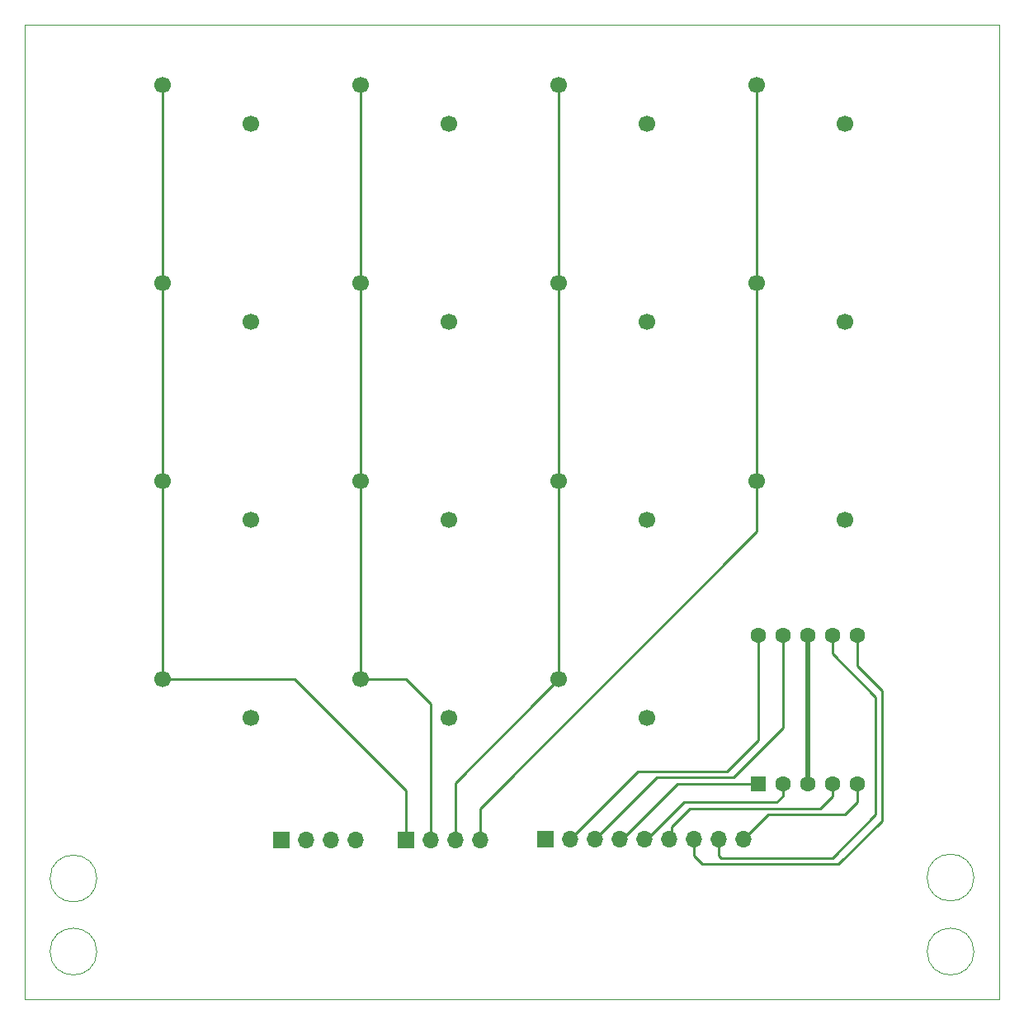
<source format=gtl>
G04 #@! TF.GenerationSoftware,KiCad,Pcbnew,(6.0.0)*
G04 #@! TF.CreationDate,2022-03-01T21:04:48+01:00*
G04 #@! TF.ProjectId,Keyboard_v2,4b657962-6f61-4726-945f-76322e6b6963,rev?*
G04 #@! TF.SameCoordinates,Original*
G04 #@! TF.FileFunction,Copper,L1,Top*
G04 #@! TF.FilePolarity,Positive*
%FSLAX46Y46*%
G04 Gerber Fmt 4.6, Leading zero omitted, Abs format (unit mm)*
G04 Created by KiCad (PCBNEW (6.0.0)) date 2022-03-01 21:04:48*
%MOMM*%
%LPD*%
G01*
G04 APERTURE LIST*
G04 #@! TA.AperFunction,Profile*
%ADD10C,0.050000*%
G04 #@! TD*
G04 #@! TA.AperFunction,ComponentPad*
%ADD11C,1.700000*%
G04 #@! TD*
G04 #@! TA.AperFunction,ComponentPad*
%ADD12R,1.600000X1.600000*%
G04 #@! TD*
G04 #@! TA.AperFunction,ComponentPad*
%ADD13C,1.600000*%
G04 #@! TD*
G04 #@! TA.AperFunction,ComponentPad*
%ADD14R,1.700000X1.700000*%
G04 #@! TD*
G04 #@! TA.AperFunction,ComponentPad*
%ADD15O,1.700000X1.700000*%
G04 #@! TD*
G04 #@! TA.AperFunction,Conductor*
%ADD16C,0.250000*%
G04 #@! TD*
G04 #@! TA.AperFunction,Conductor*
%ADD17C,0.500000*%
G04 #@! TD*
G04 APERTURE END LIST*
D10*
X184745000Y-143405000D02*
X84745000Y-143405000D01*
X92150000Y-138500000D02*
G75*
G03*
X92150000Y-138500000I-2400000J0D01*
G01*
X182150000Y-138500000D02*
G75*
G03*
X182150000Y-138500000I-2400000J0D01*
G01*
X182145000Y-130905000D02*
G75*
G03*
X182145000Y-130905000I-2400000J0D01*
G01*
X84745000Y-43405000D02*
X184745000Y-43405000D01*
X84745000Y-143405000D02*
X84745000Y-43405000D01*
X184745000Y-43405000D02*
X184745000Y-143405000D01*
X92150000Y-131000000D02*
G75*
G03*
X92150000Y-131000000I-2400000J0D01*
G01*
D11*
X98918000Y-69922000D03*
X107918000Y-73922000D03*
X119238000Y-69922000D03*
X128238000Y-73922000D03*
X139558000Y-69922000D03*
X148558000Y-73922000D03*
X159878000Y-69922000D03*
X168878000Y-73922000D03*
X139558000Y-49602000D03*
X148558000Y-53602000D03*
X159878000Y-49602000D03*
X168878000Y-53602000D03*
X98918000Y-110562000D03*
X107918000Y-114562000D03*
X119238000Y-49602000D03*
X128238000Y-53602000D03*
X159878000Y-90242000D03*
X168878000Y-94242000D03*
X139558000Y-110562000D03*
X148558000Y-114562000D03*
D12*
X160020000Y-121285000D03*
D13*
X162560000Y-121285000D03*
X165100000Y-121285000D03*
X167640000Y-121285000D03*
X170180000Y-121285000D03*
X170180000Y-106045000D03*
X167640000Y-106045000D03*
X165100000Y-106045000D03*
X162560000Y-106045000D03*
X160020000Y-106045000D03*
D11*
X139558000Y-90242000D03*
X148558000Y-94242000D03*
X119238000Y-90242000D03*
X128238000Y-94242000D03*
X98918000Y-49602000D03*
X107918000Y-53602000D03*
X98918000Y-90242000D03*
X107918000Y-94242000D03*
X119238000Y-110562000D03*
X128238000Y-114562000D03*
D14*
X123835000Y-127070000D03*
D15*
X126375000Y-127070000D03*
X128915000Y-127070000D03*
X131455000Y-127070000D03*
D14*
X111125000Y-127070000D03*
D15*
X113665000Y-127070000D03*
X116205000Y-127070000D03*
X118745000Y-127070000D03*
D14*
X138176000Y-127000000D03*
D15*
X140716000Y-127000000D03*
X143256000Y-127000000D03*
X145796000Y-127000000D03*
X148336000Y-127000000D03*
X150876000Y-127000000D03*
X153416000Y-127000000D03*
X155956000Y-127000000D03*
X158496000Y-127000000D03*
D16*
X131455000Y-127070000D02*
X131455000Y-123815000D01*
X148590000Y-127000000D02*
X152400000Y-123190000D01*
X168910000Y-124460000D02*
X170180000Y-123190000D01*
X139558000Y-109359919D02*
X139558000Y-90242000D01*
X162560000Y-115570000D02*
X162560000Y-106045000D01*
X126375000Y-127070000D02*
X126375000Y-113040000D01*
X155956000Y-127000000D02*
X155956000Y-128651000D01*
X139558000Y-110562000D02*
X139558000Y-109359919D01*
X151130000Y-127000000D02*
X151130000Y-125730000D01*
X151765000Y-121285000D02*
X160020000Y-121285000D01*
X158496000Y-127000000D02*
X161036000Y-124460000D01*
X151130000Y-125730000D02*
X153035000Y-123825000D01*
X98918000Y-89039919D02*
X98918000Y-69922000D01*
X119238000Y-90242000D02*
X119238000Y-110562000D01*
X170180000Y-123190000D02*
X170180000Y-121285000D01*
X137170000Y-112950000D02*
X137760000Y-112360000D01*
X123835000Y-121930000D02*
X123835000Y-127070000D01*
X161925000Y-123190000D02*
X162560000Y-122555000D01*
X172085000Y-124460000D02*
X172085000Y-112395000D01*
X98918000Y-110562000D02*
X112467000Y-110562000D01*
X159878000Y-90242000D02*
X159878000Y-89039919D01*
X147701000Y-120015000D02*
X156845000Y-120015000D01*
X161036000Y-124460000D02*
X168910000Y-124460000D01*
X149606000Y-120650000D02*
X157480000Y-120650000D01*
X172720000Y-111760000D02*
X172720000Y-125095000D01*
X153416000Y-128651000D02*
X153416000Y-127000000D01*
X98918000Y-90242000D02*
X98918000Y-89039919D01*
X167640000Y-122555000D02*
X167640000Y-121285000D01*
X119238000Y-50804081D02*
X119238000Y-69922000D01*
X139558000Y-69922000D02*
X139558000Y-49602000D01*
X166370000Y-123825000D02*
X167640000Y-122555000D01*
X159878000Y-89039919D02*
X159878000Y-69922000D01*
X119238000Y-49602000D02*
X119238000Y-50804081D01*
X172720000Y-125095000D02*
X168275000Y-129540000D01*
D17*
X165100000Y-121285000D02*
X165100000Y-106045000D01*
D16*
X157480000Y-120650000D02*
X162560000Y-115570000D01*
X123897000Y-110562000D02*
X119238000Y-110562000D01*
X146050000Y-127000000D02*
X151765000Y-121285000D01*
X172085000Y-112395000D02*
X167640000Y-107950000D01*
X119238000Y-69922000D02*
X119238000Y-90242000D01*
X139772000Y-110562000D02*
X139558000Y-110562000D01*
X162560000Y-122555000D02*
X162560000Y-121285000D01*
X152400000Y-123190000D02*
X161925000Y-123190000D01*
X137760000Y-112360000D02*
X139558000Y-110562000D01*
X139558000Y-90242000D02*
X139558000Y-89039919D01*
X128915000Y-127070000D02*
X128915000Y-121205000D01*
X156210000Y-128905000D02*
X167640000Y-128905000D01*
X170180000Y-109220000D02*
X172720000Y-111760000D01*
X143256000Y-127000000D02*
X149606000Y-120650000D01*
X155956000Y-128651000D02*
X156210000Y-128905000D01*
X154305000Y-129540000D02*
X153416000Y-128651000D01*
X167640000Y-107950000D02*
X167640000Y-106045000D01*
X170180000Y-106045000D02*
X170180000Y-109220000D01*
X139558000Y-89039919D02*
X139558000Y-69922000D01*
X140716000Y-127000000D02*
X147701000Y-120015000D01*
X153035000Y-123825000D02*
X166370000Y-123825000D01*
X160020000Y-116840000D02*
X160020000Y-106045000D01*
X128915000Y-121205000D02*
X137760000Y-112360000D01*
X126375000Y-113040000D02*
X123897000Y-110562000D01*
X159878000Y-69922000D02*
X159878000Y-49602000D01*
X98918000Y-110562000D02*
X98918000Y-90242000D01*
X131455000Y-123815000D02*
X159878000Y-95392000D01*
X112467000Y-110562000D02*
X123835000Y-121930000D01*
X98918000Y-69922000D02*
X98918000Y-49602000D01*
X156845000Y-120015000D02*
X160020000Y-116840000D01*
X168275000Y-129540000D02*
X154305000Y-129540000D01*
X167640000Y-128905000D02*
X172085000Y-124460000D01*
X159878000Y-95392000D02*
X159878000Y-90242000D01*
M02*

</source>
